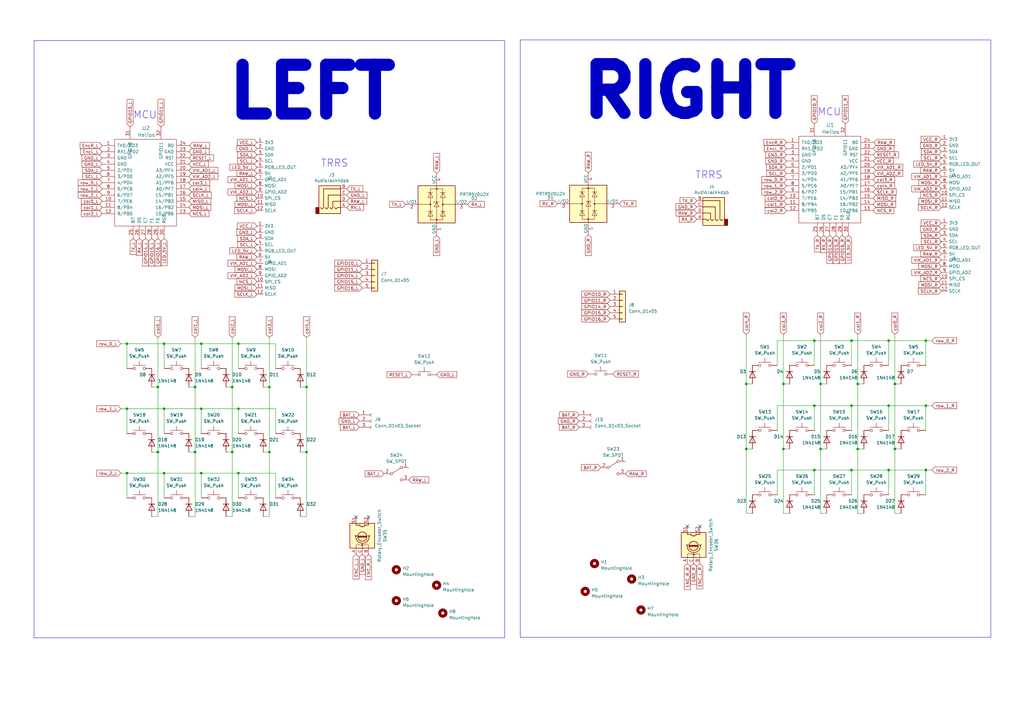
<source format=kicad_sch>
(kicad_sch (version 20230121) (generator eeschema)
  (paper "A3")
  (junction (at 52.07 140.97))
  (junction (at 336.55 184.15))
  (junction (at 336.55 157.48))
  (junction (at 379.73 139.7))
  (junction (at 364.49 166.37))
  (junction (at 349.25 166.37))
  (junction (at 82.55 167.64))
  (junction (at 67.31 140.97))
  (junction (at 64.77 158.75))
  (junction (at 351.79 157.48))
  (junction (at 110.49 185.42))
  (junction (at 349.25 139.7))
  (junction (at 64.77 185.42))
  (junction (at 97.79 194.056))
  (junction (at 125.73 158.75))
  (junction (at 97.79 167.64))
  (junction (at 95.25 185.42))
  (junction (at 321.31 157.48))
  (junction (at 82.55 140.97))
  (junction (at 364.49 192.786))
  (junction (at 334.01 139.7))
  (junction (at 321.31 184.15))
  (junction (at 334.01 166.37))
  (junction (at 80.01 185.42))
  (junction (at 364.49 139.7))
  (junction (at 52.07 194.056))
  (junction (at 334.01 192.786))
  (junction (at 379.73 166.37))
  (junction (at 80.01 158.75))
  (junction (at 67.31 167.64))
  (junction (at 367.03 184.15))
  (junction (at 367.03 157.48))
  (junction (at 52.07 167.64))
  (junction (at 306.07 184.15))
  (junction (at 67.31 194.056))
  (junction (at 125.73 185.42))
  (junction (at 379.73 192.786))
  (junction (at 95.25 158.75))
  (junction (at 349.25 192.786))
  (junction (at 306.07 157.48))
  (junction (at 82.55 194.056))
  (junction (at 351.79 184.15))
  (junction (at 110.49 158.75))
  (junction (at 97.79 140.97))
  (no_connect (at 287.02 215.9))
  (no_connect (at 281.94 215.9))
  (no_connect (at 151.13 212.09))
  (no_connect (at 146.05 212.09))
  (wire (pts (xy 339.09 210.566) (xy 336.55 210.566)))
  (wire (pts (xy 318.77 166.37) (xy 318.77 176.53)))
  (wire (pts (xy 49.53 194.056) (xy 52.07 194.056)))
  (wire (pts (xy 334.01 139.7) (xy 334.01 149.86)))
  (wire (pts (xy 95.25 138.43) (xy 95.25 158.75)))
  (wire (pts (xy 334.01 166.37) (xy 318.77 166.37)))
  (wire (pts (xy 336.55 184.15) (xy 339.09 184.15)))
  (wire (pts (xy 364.49 192.786) (xy 364.49 202.946)))
  (wire (pts (xy 113.03 167.64) (xy 113.03 177.8)))
  (wire (pts (xy 80.01 185.42) (xy 80.01 211.836)))
  (wire (pts (xy 125.73 185.42) (xy 123.19 185.42)))
  (wire (pts (xy 306.07 137.16) (xy 306.07 157.48)))
  (wire (pts (xy 110.49 138.43) (xy 110.49 158.75)))
  (wire (pts (xy 364.49 166.37) (xy 349.25 166.37)))
  (wire (pts (xy 52.07 140.97) (xy 67.31 140.97)))
  (wire (pts (xy 95.25 185.42) (xy 92.71 185.42)))
  (wire (pts (xy 349.25 192.786) (xy 334.01 192.786)))
  (wire (pts (xy 110.49 185.42) (xy 110.49 211.836)))
  (wire (pts (xy 113.03 194.056) (xy 113.03 204.216)))
  (wire (pts (xy 113.03 140.97) (xy 113.03 151.13)))
  (wire (pts (xy 379.73 192.786) (xy 379.73 202.946)))
  (wire (pts (xy 349.25 166.37) (xy 334.01 166.37)))
  (wire (pts (xy 80.01 138.43) (xy 80.01 158.75)))
  (wire (pts (xy 382.27 166.37) (xy 379.73 166.37)))
  (wire (pts (xy 125.73 185.42) (xy 125.73 211.836)))
  (wire (pts (xy 351.79 210.566) (xy 354.33 210.566)))
  (wire (pts (xy 321.31 157.48) (xy 323.85 157.48)))
  (wire (pts (xy 367.03 184.15) (xy 367.03 210.566)))
  (wire (pts (xy 95.25 185.42) (xy 95.25 158.75)))
  (wire (pts (xy 77.47 59.69) (xy 77.724 59.69)))
  (wire (pts (xy 306.07 210.566) (xy 308.61 210.566)))
  (wire (pts (xy 364.49 192.786) (xy 349.25 192.786)))
  (wire (pts (xy 110.49 158.75) (xy 107.95 158.75)))
  (wire (pts (xy 110.49 185.42) (xy 107.95 185.42)))
  (wire (pts (xy 64.77 185.42) (xy 64.77 158.75)))
  (wire (pts (xy 336.55 157.48) (xy 339.09 157.48)))
  (wire (pts (xy 77.47 158.75) (xy 80.01 158.75)))
  (wire (pts (xy 351.79 184.15) (xy 354.33 184.15)))
  (wire (pts (xy 97.79 194.056) (xy 113.03 194.056)))
  (wire (pts (xy 351.79 137.16) (xy 351.79 157.48)))
  (wire (pts (xy 82.55 140.97) (xy 97.79 140.97)))
  (wire (pts (xy 64.77 185.42) (xy 62.23 185.42)))
  (wire (pts (xy 354.33 157.48) (xy 351.79 157.48)))
  (wire (pts (xy 379.73 192.786) (xy 364.49 192.786)))
  (wire (pts (xy 82.55 140.97) (xy 82.55 151.13)))
  (wire (pts (xy 64.77 158.75) (xy 62.23 158.75)))
  (wire (pts (xy 95.25 185.42) (xy 95.25 211.836)))
  (wire (pts (xy 358.14 58.42) (xy 358.394 58.42)))
  (wire (pts (xy 334.01 192.786) (xy 334.01 202.946)))
  (wire (pts (xy 336.55 137.16) (xy 336.55 157.48)))
  (wire (pts (xy 321.31 184.15) (xy 321.31 157.48)))
  (wire (pts (xy 351.79 157.48) (xy 351.79 184.15)))
  (wire (pts (xy 334.01 192.786) (xy 318.77 192.786)))
  (wire (pts (xy 95.25 158.75) (xy 92.71 158.75)))
  (wire (pts (xy 367.03 157.48) (xy 369.57 157.48)))
  (wire (pts (xy 67.31 167.64) (xy 67.31 177.8)))
  (wire (pts (xy 367.03 184.15) (xy 369.57 184.15)))
  (wire (pts (xy 49.53 167.64) (xy 52.07 167.64)))
  (wire (pts (xy 67.31 194.056) (xy 67.31 204.216)))
  (wire (pts (xy 318.77 192.786) (xy 318.77 202.946)))
  (wire (pts (xy 97.79 194.056) (xy 97.79 204.216)))
  (wire (pts (xy 52.07 140.97) (xy 52.07 151.13)))
  (wire (pts (xy 97.79 167.64) (xy 113.03 167.64)))
  (wire (pts (xy 92.71 211.836) (xy 95.25 211.836)))
  (wire (pts (xy 49.53 140.97) (xy 52.07 140.97)))
  (wire (pts (xy 321.31 184.15) (xy 323.85 184.15)))
  (wire (pts (xy 82.55 194.056) (xy 82.55 204.216)))
  (wire (pts (xy 67.31 140.97) (xy 67.31 151.13)))
  (wire (pts (xy 110.49 211.836) (xy 107.95 211.836)))
  (wire (pts (xy 80.01 158.75) (xy 80.01 185.42)))
  (wire (pts (xy 379.73 139.7) (xy 379.73 149.86)))
  (wire (pts (xy 364.49 139.7) (xy 349.25 139.7)))
  (wire (pts (xy 369.57 210.566) (xy 367.03 210.566)))
  (wire (pts (xy 336.55 184.15) (xy 336.55 157.48)))
  (wire (pts (xy 82.55 167.64) (xy 82.55 177.8)))
  (wire (pts (xy 82.55 167.64) (xy 97.79 167.64)))
  (wire (pts (xy 125.73 138.43) (xy 125.73 158.75)))
  (wire (pts (xy 97.79 140.97) (xy 97.79 151.13)))
  (wire (pts (xy 318.77 139.7) (xy 318.77 149.86)))
  (wire (pts (xy 364.49 166.37) (xy 364.49 176.53)))
  (wire (pts (xy 364.49 139.7) (xy 364.49 149.86)))
  (wire (pts (xy 351.79 184.15) (xy 351.79 210.566)))
  (wire (pts (xy 52.07 194.056) (xy 52.07 204.216)))
  (wire (pts (xy 125.73 185.42) (xy 125.73 158.75)))
  (wire (pts (xy 349.25 139.7) (xy 334.01 139.7)))
  (wire (pts (xy 52.07 194.056) (xy 67.31 194.056)))
  (wire (pts (xy 125.73 158.75) (xy 123.19 158.75)))
  (wire (pts (xy 64.77 185.42) (xy 64.77 211.836)))
  (wire (pts (xy 52.07 177.8) (xy 52.07 167.64)))
  (wire (pts (xy 321.31 184.15) (xy 321.31 210.566)))
  (wire (pts (xy 306.07 184.15) (xy 308.61 184.15)))
  (wire (pts (xy 306.07 184.15) (xy 306.07 157.48)))
  (wire (pts (xy 349.25 192.786) (xy 349.25 202.946)))
  (wire (pts (xy 306.07 157.48) (xy 308.61 157.48)))
  (wire (pts (xy 306.07 184.15) (xy 306.07 210.566)))
  (wire (pts (xy 321.31 137.16) (xy 321.31 157.48)))
  (wire (pts (xy 67.31 167.64) (xy 82.55 167.64)))
  (wire (pts (xy 336.55 184.15) (xy 336.55 210.566)))
  (wire (pts (xy 82.55 194.056) (xy 97.79 194.056)))
  (wire (pts (xy 80.01 211.836) (xy 77.47 211.836)))
  (wire (pts (xy 334.01 166.37) (xy 334.01 176.53)))
  (wire (pts (xy 80.01 185.42) (xy 77.47 185.42)))
  (wire (pts (xy 97.79 167.64) (xy 97.79 177.8)))
  (wire (pts (xy 125.73 211.836) (xy 123.19 211.836)))
  (wire (pts (xy 110.49 185.42) (xy 110.49 158.75)))
  (wire (pts (xy 379.73 166.37) (xy 364.49 166.37)))
  (wire (pts (xy 67.31 194.056) (xy 82.55 194.056)))
  (wire (pts (xy 367.03 137.16) (xy 367.03 157.48)))
  (wire (pts (xy 67.31 140.97) (xy 82.55 140.97)))
  (wire (pts (xy 379.73 139.7) (xy 364.49 139.7)))
  (wire (pts (xy 379.73 176.53) (xy 379.73 166.37)))
  (wire (pts (xy 62.23 211.836) (xy 64.77 211.836)))
  (wire (pts (xy 97.79 140.97) (xy 113.03 140.97)))
  (wire (pts (xy 349.25 166.37) (xy 349.25 176.53)))
  (wire (pts (xy 382.27 139.7) (xy 379.73 139.7)))
  (wire (pts (xy 321.31 210.566) (xy 323.85 210.566)))
  (wire (pts (xy 382.27 192.786) (xy 379.73 192.786)))
  (wire (pts (xy 52.07 167.64) (xy 67.31 167.64)))
  (wire (pts (xy 334.01 139.7) (xy 318.77 139.7)))
  (wire (pts (xy 349.25 139.7) (xy 349.25 149.86)))
  (wire (pts (xy 64.77 138.43) (xy 64.77 158.75)))
  (wire (pts (xy 367.03 184.15) (xy 367.03 157.48)))
  (rectangle (start 213.36 261.366) (end 406.4 16.383))
  (rectangle (start 13.97 16.637) (end 207.01 261.62))
  (text "LEFT" (at 91.44 49.53 0) (effects (font (size 20 20) (thickness 6) bold) (justify left bottom)))
  (text "RIGHT\n" (at 328.93 49.276 0) (effects (font (size 20 20) (thickness 6) bold) (justify right bottom)))
  (text "TRRS" (at 296.418 73.66 0) (effects (font (size 2.9972 2.9972)) (justify right bottom)))
  (text "MCU" (at 54.61 49.022 0) (effects (font (size 2.9972 2.9972)) (justify left bottom)))
  (text "MCU" (at 335.28 47.752 0) (effects (font (size 2.9972 2.9972)) (justify left bottom)))
  (text "TRRS" (at 131.572 68.834 0) (effects (font (size 2.9972 2.9972)) (justify left bottom)))
  (global_label "NCS_R" (shape input) (at 386.08 80.01 180) (property "Intersheetrefs" "${INTERSHEET_REFS}" (effects hide)))
  (global_label "TX_R" (shape input) (at 285.75 82.296 180) (property "Intersheetrefs" "${INTERSHEET_REFS}" (effects hide)))
  (global_label "col2_R" (shape input) (at 336.55 137.16 90) (property "Intersheetrefs" "${INTERSHEET_REFS}" (effects hide)))
  (global_label "GPIO15_L" (shape input) (at 62.23 97.79 270) (property "Intersheetrefs" "${INTERSHEET_REFS}" (effects hide)))
  (global_label "RAW_R" (shape input) (at 386.08 69.85 180) (property "Intersheetrefs" "${INTERSHEET_REFS}" (effects hide)))
  (global_label "VIK_AD1_L" (shape input) (at 105.41 107.95 180) (property "Intersheetrefs" "${INTERSHEET_REFS}" (effects hide)))
  (global_label "RAW_L" (shape input) (at 105.41 105.41 180) (property "Intersheetrefs" "${INTERSHEET_REFS}" (effects hide)))
  (global_label "SCL_R" (shape input) (at 386.08 64.77 180) (property "Intersheetrefs" "${INTERSHEET_REFS}" (effects hide)))
  (global_label "TX_L" (shape input) (at 166.37 83.82 180) (property "Intersheetrefs" "${INTERSHEET_REFS}" (effects hide)))
  (global_label "VIK_AD1_L" (shape input) (at 105.41 73.66 180) (property "Intersheetrefs" "${INTERSHEET_REFS}" (effects hide)))
  (global_label "GPIO15_R" (shape input) (at 342.9 96.52 270) (property "Intersheetrefs" "${INTERSHEET_REFS}" (effects hide)))
  (global_label "row_1_R" (shape input) (at 382.27 166.37 0) (property "Intersheetrefs" "${INTERSHEET_REFS}" (effects hide)))
  (global_label "GPIO10_R" (shape input) (at 250.19 120.65 180) (property "Intersheetrefs" "${INTERSHEET_REFS}" (effects hide)))
  (global_label "VIK_AD1_R" (shape input) (at 386.08 106.68 180) (property "Intersheetrefs" "${INTERSHEET_REFS}" (effects hide)))
  (global_label "GND_R" (shape input) (at 241.3 96.266 270) (property "Intersheetrefs" "${INTERSHEET_REFS}" (effects hide)))
  (global_label "col3_L" (shape input) (at 110.49 138.43 90) (property "Intersheetrefs" "${INTERSHEET_REFS}" (effects hide)))
  (global_label "col0_R" (shape input) (at 367.03 137.16 90) (property "Intersheetrefs" "${INTERSHEET_REFS}" (effects hide)))
  (global_label "VIK_AD2_R" (shape input) (at 386.08 111.76 180) (property "Intersheetrefs" "${INTERSHEET_REFS}" (effects hide)))
  (global_label "RESET_L" (shape input) (at 168.91 153.67 180) (property "Intersheetrefs" "${INTERSHEET_REFS}" (effects hide)))
  (global_label "GND_L" (shape input) (at 148.59 227.33 270) (property "Intersheetrefs" "${INTERSHEET_REFS}" (effects hide)))
  (global_label "GPIO10_L" (shape input) (at 53.34 52.07 90) (property "Intersheetrefs" "${INTERSHEET_REFS}" (effects hide)))
  (global_label "col2_L" (shape input) (at 95.25 138.43 90) (property "Intersheetrefs" "${INTERSHEET_REFS}" (effects hide)))
  (global_label "row_2_R" (shape input) (at 382.27 192.786 0) (property "Intersheetrefs" "${INTERSHEET_REFS}" (effects hide)))
  (global_label "MOSI_R" (shape input) (at 386.08 82.55 180) (property "Intersheetrefs" "${INTERSHEET_REFS}" (effects hide)))
  (global_label "NCS_L" (shape input) (at 77.47 87.63 0) (property "Intersheetrefs" "${INTERSHEET_REFS}" (effects hide)))
  (global_label "RX_R" (shape input) (at 228.6 83.566 180) (property "Intersheetrefs" "${INTERSHEET_REFS}" (effects hide)))
  (global_label "GND_L" (shape input) (at 142.24 80.01 0) (property "Intersheetrefs" "${INTERSHEET_REFS}" (effects hide)))
  (global_label "SCL_R" (shape input) (at 322.58 71.12 180) (property "Intersheetrefs" "${INTERSHEET_REFS}" (effects hide)))
  (global_label "GND_L" (shape input) (at 179.07 96.52 270) (property "Intersheetrefs" "${INTERSHEET_REFS}" (effects hide)))
  (global_label "GPIO15_R" (shape input) (at 250.19 128.27 180) (property "Intersheetrefs" "${INTERSHEET_REFS}" (effects hide)))
  (global_label "VCC_R" (shape input) (at 386.08 91.44 180) (property "Intersheetrefs" "${INTERSHEET_REFS}" (effects hide)))
  (global_label "GPIO16_L" (shape input) (at 148.59 118.11 180) (property "Intersheetrefs" "${INTERSHEET_REFS}" (effects hide)))
  (global_label "GPIO16_L" (shape input) (at 64.77 97.79 270) (property "Intersheetrefs" "${INTERSHEET_REFS}" (effects hide)))
  (global_label "RESET_R" (shape input) (at 358.14 63.5 0) (property "Intersheetrefs" "${INTERSHEET_REFS}" (effects hide)))
  (global_label "GPIO11_R" (shape input) (at 250.19 123.19 180) (property "Intersheetrefs" "${INTERSHEET_REFS}" (effects hide)))
  (global_label "col4_R" (shape input) (at 306.07 137.16 90) (property "Intersheetrefs" "${INTERSHEET_REFS}" (effects hide)))
  (global_label "SDA_R" (shape input) (at 322.58 68.58 180) (property "Intersheetrefs" "${INTERSHEET_REFS}" (effects hide)))
  (global_label "TX_R" (shape input) (at 254 83.566 0) (property "Intersheetrefs" "${INTERSHEET_REFS}" (effects hide)))
  (global_label "col2_R" (shape input) (at 322.58 86.36 180) (property "Intersheetrefs" "${INTERSHEET_REFS}" (effects hide)))
  (global_label "MOSI_L" (shape input) (at 77.47 85.09 0) (property "Intersheetrefs" "${INTERSHEET_REFS}" (effects hide)))
  (global_label "GND_R" (shape input) (at 386.08 59.69 180) (property "Intersheetrefs" "${INTERSHEET_REFS}" (effects hide)))
  (global_label "MOSI_L" (shape input) (at 105.41 118.11 180) (property "Intersheetrefs" "${INTERSHEET_REFS}" (effects hide)))
  (global_label "GND_L" (shape input) (at 179.07 153.67 0) (property "Intersheetrefs" "${INTERSHEET_REFS}" (effects hide)))
  (global_label "row_0_R" (shape input) (at 382.27 139.7 0) (property "Intersheetrefs" "${INTERSHEET_REFS}" (effects hide)))
  (global_label "RAW_L" (shape input) (at 142.24 82.55 0) (property "Intersheetrefs" "${INTERSHEET_REFS}" (effects hide)))
  (global_label "LED_5V_L" (shape input) (at 105.41 102.87 180) (property "Intersheetrefs" "${INTERSHEET_REFS}" (effects hide)))
  (global_label "row_2_L" (shape input) (at 41.91 80.01 180) (property "Intersheetrefs" "${INTERSHEET_REFS}" (effects hide)))
  (global_label "MOSI_R" (shape input) (at 386.08 116.84 180) (property "Intersheetrefs" "${INTERSHEET_REFS}" (effects hide)))
  (global_label "GND_R" (shape input) (at 322.58 66.04 180) (property "Intersheetrefs" "${INTERSHEET_REFS}" (effects hide)))
  (global_label "GPIO11_L" (shape input) (at 148.59 110.49 180) (property "Intersheetrefs" "${INTERSHEET_REFS}" (effects hide)))
  (global_label "GND_L" (shape input) (at 105.41 60.96 180) (property "Intersheetrefs" "${INTERSHEET_REFS}" (effects hide)))
  (global_label "col0_L" (shape input) (at 41.91 82.55 180) (property "Intersheetrefs" "${INTERSHEET_REFS}" (effects hide)))
  (global_label "GND_L" (shape input) (at 77.47 62.23 0) (property "Intersheetrefs" "${INTERSHEET_REFS}" (effects hide)))
  (global_label "VIK_AD2_L" (shape input) (at 77.47 72.39 0) (property "Intersheetrefs" "${INTERSHEET_REFS}" (effects hide)))
  (global_label "RX_L" (shape input) (at 191.77 83.82 0) (property "Intersheetrefs" "${INTERSHEET_REFS}" (effects hide)))
  (global_label "EncR_R" (shape input) (at 322.58 58.42 180) (property "Intersheetrefs" "${INTERSHEET_REFS}" (effects hide)))
  (global_label "EncR_L" (shape input) (at 41.91 59.69 180) (property "Intersheetrefs" "${INTERSHEET_REFS}" (effects hide)))
  (global_label "SCL_L" (shape input) (at 105.41 66.04 180) (property "Intersheetrefs" "${INTERSHEET_REFS}" (effects hide)))
  (global_label "ENC_L_R" (shape input) (at 287.02 231.14 270) (property "Intersheetrefs" "${INTERSHEET_REFS}" (effects hide)))
  (global_label "GPIO14_R" (shape input) (at 340.36 96.52 270) (property "Intersheetrefs" "${INTERSHEET_REFS}" (effects hide)))
  (global_label "MOSI_R" (shape input) (at 386.08 74.93 180) (property "Intersheetrefs" "${INTERSHEET_REFS}" (effects hide)))
  (global_label "GPIO14_L" (shape input) (at 59.69 97.79 270) (property "Intersheetrefs" "${INTERSHEET_REFS}" (effects hide)))
  (global_label "col2_L" (shape input) (at 41.91 87.63 180) (property "Intersheetrefs" "${INTERSHEET_REFS}" (effects hide)))
  (global_label "RAW_R" (shape input) (at 358.394 58.42 0) (property "Intersheetrefs" "${INTERSHEET_REFS}" (effects hide)))
  (global_label "SCLK_L" (shape input) (at 77.47 80.01 0) (property "Intersheetrefs" "${INTERSHEET_REFS}" (effects hide)))
  (global_label "SDA_L" (shape input) (at 41.91 69.85 180) (property "Intersheetrefs" "${INTERSHEET_REFS}" (effects hide)))
  (global_label "RX_L" (shape input) (at 142.24 85.09 0) (property "Intersheetrefs" "${INTERSHEET_REFS}" (effects hide)))
  (global_label "SCLK_L" (shape input) (at 105.41 86.36 180) (property "Intersheetrefs" "${INTERSHEET_REFS}" (effects hide)))
  (global_label "GND_R" (shape input) (at 285.75 84.836 180) (property "Intersheetrefs" "${INTERSHEET_REFS}" (effects hide)))
  (global_label "RX_R" (shape input) (at 285.75 89.916 180) (property "Intersheetrefs" "${INTERSHEET_REFS}" (effects hide)))
  (global_label "row_1_R" (shape input) (at 322.58 76.2 180) (property "Intersheetrefs" "${INTERSHEET_REFS}" (effects hide)))
  (global_label "VIK_AD1_L" (shape input) (at 77.47 69.85 0) (property "Intersheetrefs" "${INTERSHEET_REFS}" (effects hide)))
  (global_label "VCC_L" (shape input) (at 77.47 67.31 0) (property "Intersheetrefs" "${INTERSHEET_REFS}" (effects hide)))
  (global_label "LED_5V_R" (shape input) (at 347.98 96.52 270) (property "Intersheetrefs" "${INTERSHEET_REFS}" (effects hide)))
  (global_label "SDA_R" (shape input) (at 386.08 62.23 180) (property "Intersheetrefs" "${INTERSHEET_REFS}" (effects hide)))
  (global_label "GPIO10_L" (shape input) (at 148.59 107.95 180) (property "Intersheetrefs" "${INTERSHEET_REFS}" (effects hide)))
  (global_label "RX_L" (shape input) (at 57.15 97.79 270) (property "Intersheetrefs" "${INTERSHEET_REFS}" (effects hide)))
  (global_label "col3_R" (shape input) (at 321.31 137.16 90) (property "Intersheetrefs" "${INTERSHEET_REFS}" (effects hide)))
  (global_label "row_0_R" (shape input) (at 322.58 73.66 180) (property "Intersheetrefs" "${INTERSHEET_REFS}" (effects hide)))
  (global_label "GND_R" (shape input) (at 386.08 93.98 180) (property "Intersheetrefs" "${INTERSHEET_REFS}" (effects hide)))
  (global_label "GND_L" (shape input) (at 105.41 95.25 180) (property "Intersheetrefs" "${INTERSHEET_REFS}" (effects hide)))
  (global_label "SCLK_R" (shape input) (at 358.14 78.74 0) (property "Intersheetrefs" "${INTERSHEET_REFS}" (effects hide)))
  (global_label "VIK_AD2_R" (shape input) (at 386.08 77.47 180) (property "Intersheetrefs" "${INTERSHEET_REFS}" (effects hide)))
  (global_label "SCLK_L" (shape input) (at 105.41 120.65 180) (property "Intersheetrefs" "${INTERSHEET_REFS}" (effects hide)))
  (global_label "RAW_R" (shape input) (at 285.75 87.376 180) (property "Intersheetrefs" "${INTERSHEET_REFS}" (effects hide)))
  (global_label "col1_L" (shape input) (at 41.91 85.09 180) (property "Intersheetrefs" "${INTERSHEET_REFS}" (effects hide)))
  (global_label "RX_R" (shape input) (at 337.82 96.52 270) (property "Intersheetrefs" "${INTERSHEET_REFS}" (effects hide)))
  (global_label "TX_R" (shape input) (at 335.28 96.52 270) (property "Intersheetrefs" "${INTERSHEET_REFS}" (effects hide)))
  (global_label "col1_L" (shape input) (at 80.01 138.43 90) (property "Intersheetrefs" "${INTERSHEET_REFS}" (effects hide)))
  (global_label "col4_L" (shape input) (at 77.47 77.47 0) (property "Intersheetrefs" "${INTERSHEET_REFS}" (effects hide)))
  (global_label "MISO_R" (shape input) (at 358.14 81.28 0) (property "Intersheetrefs" "${INTERSHEET_REFS}" (effects hide)))
  (global_label "LED_5V_L" (shape input) (at 67.31 97.79 270) (property "Intersheetrefs" "${INTERSHEET_REFS}" (effects hide)))
  (global_label "VCC_R" (shape input) (at 358.14 66.04 0) (property "Intersheetrefs" "${INTERSHEET_REFS}" (effects hide)))
  (global_label "MOSI_L" (shape input) (at 105.41 110.49 180) (property "Intersheetrefs" "${INTERSHEET_REFS}" (effects hide)))
  (global_label "ENC_L_L" (shape input) (at 146.05 227.33 270) (property "Intersheetrefs" "${INTERSHEET_REFS}" (effects hide)))
  (global_label "BAT_L" (shape input) (at 147.32 170.18 180) (property "Intersheetrefs" "${INTERSHEET_REFS}" (effects hide)))
  (global_label "MOSI_R" (shape input) (at 358.14 83.82 0) (property "Intersheetrefs" "${INTERSHEET_REFS}" (effects hide)))
  (global_label "GND_R" (shape input) (at 322.58 63.5 180) (property "Intersheetrefs" "${INTERSHEET_REFS}" (effects hide)))
  (global_label "EncL_L" (shape input) (at 41.91 62.23 180) (property "Intersheetrefs" "${INTERSHEET_REFS}" (effects hide)))
  (global_label "LED_5V_L" (shape input) (at 105.41 68.58 180) (property "Intersheetrefs" "${INTERSHEET_REFS}" (effects hide)))
  (global_label "col4_R" (shape input) (at 358.14 76.2 0) (property "Intersheetrefs" "${INTERSHEET_REFS}" (effects hide)))
  (global_label "BAT_L" (shape input) (at 157.48 194.31 180) (property "Intersheetrefs" "${INTERSHEET_REFS}" (effects hide)))
  (global_label "col3_L" (shape input) (at 77.47 74.93 0) (property "Intersheetrefs" "${INTERSHEET_REFS}" (effects hide)))
  (global_label "GPIO11_L" (shape input) (at 66.04 52.07 90) (property "Intersheetrefs" "${INTERSHEET_REFS}" (effects hide)))
  (global_label "NCS_L" (shape input) (at 105.41 115.57 180) (property "Intersheetrefs" "${INTERSHEET_REFS}" (effects hide)))
  (global_label "RESET_L" (shape input) (at 77.47 64.77 0) (property "Intersheetrefs" "${INTERSHEET_REFS}" (effects hide)))
  (global_label "MOSI_L" (shape input) (at 105.41 76.2 180) (property "Intersheetrefs" "${INTERSHEET_REFS}" (effects hide)))
  (global_label "GPIO11_R" (shape input) (at 346.71 50.8 90) (property "Intersheetrefs" "${INTERSHEET_REFS}" (effects hide)))
  (global_label "GND_R" (shape input) (at 237.49 172.72 180) (property "Intersheetrefs" "${INTERSHEET_REFS}" (effects hide)))
  (global_label "col0_R" (shape input) (at 322.58 81.28 180) (property "Intersheetrefs" "${INTERSHEET_REFS}" (effects hide)))
  (global_label "col3_R" (shape input) (at 358.14 73.66 0) (property "Intersheetrefs" "${INTERSHEET_REFS}" (effects hide)))
  (global_label "MISO_L" (shape input) (at 77.47 82.55 0) (property "Intersheetrefs" "${INTERSHEET_REFS}" (effects hide)))
  (global_label "row_2_L" (shape input) (at 49.53 194.056 180) (property "Intersheetrefs" "${INTERSHEET_REFS}" (effects hide)))
  (global_label "NCS_L" (shape input) (at 105.41 81.28 180) (property "Intersheetrefs" "${INTERSHEET_REFS}" (effects hide)))
  (global_label "GPIO15_L" (shape input) (at 148.59 115.57 180) (property "Intersheetrefs" "${INTERSHEET_REFS}" (effects hide)))
  (global_label "row_1_L" (shape input) (at 41.91 77.47 180) (property "Intersheetrefs" "${INTERSHEET_REFS}" (effects hide)))
  (global_label "NCS_R" (shape input) (at 358.14 86.36 0) (property "Intersheetrefs" "${INTERSHEET_REFS}" (effects hide)))
  (global_label "GPIO10_R" (shape input) (at 334.01 50.8 90) (property "Intersheetrefs" "${INTERSHEET_REFS}" (effects hide)))
  (global_label "TX_L" (shape input) (at 142.24 77.47 0) (property "Intersheetrefs" "${INTERSHEET_REFS}" (effects hide)))
  (global_label "NCS_R" (shape input) (at 386.08 114.3 180) (property "Intersheetrefs" "${INTERSHEET_REFS}" (effects hide)))
  (global_label "SCLK_R" (shape input) (at 386.08 119.38 180) (property "Intersheetrefs" "${INTERSHEET_REFS}" (effects hide)))
  (global_label "SCL_L" (shape input) (at 105.41 100.33 180) (property "Intersheetrefs" "${INTERSHEET_REFS}" (effects hide)))
  (global_label "SDA_L" (shape input) (at 105.41 63.5 180) (property "Intersheetrefs" "${INTERSHEET_REFS}" (effects hide)))
  (global_label "RAW_R" (shape input) (at 241.3 70.866 90) (property "Intersheetrefs" "${INTERSHEET_REFS}" (effects hide)))
  (global_label "VCC_R" (shape input) (at 386.08 57.15 180) (property "Intersheetrefs" "${INTERSHEET_REFS}" (effects hide)))
  (global_label "row_0_L" (shape input) (at 49.53 140.97 180) (property "Intersheetrefs" "${INTERSHEET_REFS}" (effects hide)))
  (global_label "RAW_L" (shape input) (at 167.64 196.85 0) (property "Intersheetrefs" "${INTERSHEET_REFS}" (effects hide)))
  (global_label "RAW_R" (shape input) (at 386.08 104.14 180) (property "Intersheetrefs" "${INTERSHEET_REFS}" (effects hide)))
  (global_label "GND_L" (shape input) (at 41.91 67.31 180) (property "Intersheetrefs" "${INTERSHEET_REFS}" (effects hide)))
  (global_label "SCLK_R" (shape input) (at 386.08 85.09 180) (property "Intersheetrefs" "${INTERSHEET_REFS}" (effects hide)))
  (global_label "BAT_R" (shape input) (at 237.49 175.26 180) (property "Intersheetrefs" "${INTERSHEET_REFS}" (effects hide)))
  (global_label "row_0_L" (shape input) (at 41.91 74.93 180) (property "Intersheetrefs" "${INTERSHEET_REFS}" (effects hide)))
  (global_label "VCC_L" (shape input) (at 105.41 58.42 180) (property "Intersheetrefs" "${INTERSHEET_REFS}" (effects hide)))
  (global_label "GPIO14_L" (shape input) (at 148.59 113.03 180) (property "Intersheetrefs" "${INTERSHEET_REFS}" (effects hide)))
  (global_label "SDA_L" (shape input) (at 105.41 97.79 180) (property "Intersheetrefs" "${INTERSHEET_REFS}" (effects hide)))
  (global_label "VCC_L" (shape input) (at 105.41 92.71 180) (property "Intersheetrefs" "${INTERSHEET_REFS}" (effects hide)))
  (global_label "VIK_AD2_L" (shape input) (at 105.41 113.03 180) (property "Intersheetrefs" "${INTERSHEET_REFS}" (effects hide)))
  (global_label "GND_L" (shape input) (at 147.32 172.72 180) (property "Intersheetrefs" "${INTERSHEET_REFS}" (effects hide)))
  (global_label "EncL_R" (shape input) (at 322.58 60.96 180) (property "Intersheetrefs" "${INTERSHEET_REFS}" (effects hide)))
  (global_label "SDA_R" (shape input) (at 386.08 96.52 180) (property "Intersheetrefs" "${INTERSHEET_REFS}" (effects hide)))
  (global_label "col1_R" (shape input) (at 351.79 137.16 90) (property "Intersheetrefs" "${INTERSHEET_REFS}" (effects hide)))
  (global_label "SCL_R" (shape input) (at 386.08 99.06 180) (property "Intersheetrefs" "${INTERSHEET_REFS}" (effects hide)))
  (global_label "RAW_L" (shape input) (at 77.724 59.69 0) (property "Intersheetrefs" "${INTERSHEET_REFS}" (effects hide)))
  (global_label "GND_R" (shape input) (at 358.14 60.96 0) (property "Intersheetrefs" "${INTERSHEET_REFS}" (effects hide)))
  (global_label "LED_5V_R" (shape input) (at 386.08 67.31 180) (property "Intersheetrefs" "${INTERSHEET_REFS}" (effects hide)))
  (global_label "LED_5V_R" (shape input) (at 386.08 101.6 180) (property "Intersheetrefs" "${INTERSHEET_REFS}" (effects hide)))
  (global_label "col1_R" (shape input) (at 322.58 83.82 180) (property "Intersheetrefs" "${INTERSHEET_REFS}" (effects hide)))
  (global_label "SCL_L" (shape input) (at 41.91 72.39 180) (property "Intersheetrefs" "${INTERSHEET_REFS}" (effects hide)))
  (global_label "BAT_L" (shape input) (at 147.32 175.26 180) (property "Intersheetrefs" "${INTERSHEET_REFS}" (effects hide)))
  (global_label "RAW_L" (shape input) (at 105.41 71.12 180) (property "Intersheetrefs" "${INTERSHEET_REFS}" (effects hide)))
  (global_label "col4_L" (shape input) (at 125.73 138.43 90) (property "Intersheetrefs" "${INTERSHEET_REFS}" (effects hide)))
  (global_label "BAT_R" (shape input) (at 237.49 170.18 180) (property "Intersheetrefs" "${INTERSHEET_REFS}" (effects hide)))
  (global_label "RAW_R" (shape input) (at 256.54 194.31 0) (property "Intersheetrefs" "${INTERSHEET_REFS}" (effects hide)))
  (global_label "GPIO16_R" (shape input) (at 250.19 130.81 180) (property "Intersheetrefs" "${INTERSHEET_REFS}" (effects hide)))
  (global_label "row_2_R" (shape input) (at 322.58 78.74 180) (property "Intersheetrefs" "${INTERSHEET_REFS}" (effects hide)))
  (global_label "RAW_L" (shape input) (at 179.07 71.12 90) (property "Intersheetrefs" "${INTERSHEET_REFS}" (effects hide)))
  (global_label "row_1_L" (shape input) (at 49.53 167.64 180) (property "Intersheetrefs" "${INTERSHEET_REFS}" (effects hide)))
  (global_label "MOSI_R" (shape input) (at 386.08 109.22 180) (property "Intersheetrefs" "${INTERSHEET_REFS}" (effects hide)))
  (global_label "ENC_R_R" (shape input) (at 281.94 231.14 270) (property "Intersheetrefs" "${INTERSHEET_REFS}" (effects hide)))
  (global_label "ENC_R_L" (shape input) (at 151.13 227.33 270) (property "Intersheetrefs" "${INTERSHEET_REFS}" (effects hide)))
  (global_label "MOSI_L" (shape input) (at 105.41 83.82 180) (property "Intersheetrefs" "${INTERSHEET_REFS}" (effects hide)))
  (global_label "GPIO16_R" (shape input) (at 345.44 96.52 270) (property "Intersheetrefs" "${INTERSHEET_REFS}" (effects hide)))
  (global_label "VIK_AD2_L" (shape input) (at 105.41 78.74 180) (property "Intersheetrefs" "${INTERSHEET_REFS}" (effects hide)))
  (global_label "TX_L" (shape input) (at 54.61 97.79 270) (property "Intersheetrefs" "${INTERSHEET_REFS}" (effects hide)))
  (global_label "VIK_AD2_R" (shape input) (at 358.14 71.12 0) (property "Intersheetrefs" "${INTERSHEET_REFS}" (effects hide)))
  (global_label "GND_R" (shape input) (at 284.48 231.14 270) (property "Intersheetrefs" "${INTERSHEET_REFS}" (effects hide)))
  (global_label "GND_L" (shape input) (at 41.91 64.77 180) (property "Intersheetrefs" "${INTERSHEET_REFS}" (effects hide)))
  (global_label "VIK_AD1_R" (shape input) (at 358.14 68.58 0) (property "Intersheetrefs" "${INTERSHEET_REFS}" (effects hide)))
  (global_label "VIK_AD1_R" (shape input) (at 386.08 72.39 180) (property "Intersheetrefs" "${INTERSHEET_REFS}" (effects hide)))
  (global_label "RESET_R" (shape input) (at 251.46 153.416 0) (property "Intersheetrefs" "${INTERSHEET_REFS}" (effects hide)))
  (global_label "col0_L" (shape input) (at 64.77 138.43 90) (property "Intersheetrefs" "${INTERSHEET_REFS}" (effects hide)))
  (global_label "BAT_R" (shape input) (at 246.38 191.77 180) (property "Intersheetrefs" "${INTERSHEET_REFS}" (effects hide)))
  (global_label "GND_R" (shape input) (at 241.3 153.416 180) (property "Intersheetrefs" "${INTERSHEET_REFS}" (effects hide)))
  (global_label "GPIO14_R" (shape input) (at 250.19 125.73 180) (property "Intersheetrefs" "${INTERSHEET_REFS}" (effects hide)))
  (symbol (lib_id "alaa:Diode_1N4148") (at 354.33 180.34 90) (mirror x) (unit 1)
    (property "Reference" "D16" (at 351.79 179.0699 90) (effects (justify left)))
    (property "Value" "1N4148" (at 351.79 181.6099 90) (effects (justify left)))
    (property "Footprint" "Diode_SMD:D_SOD-123" (effects hide))
    (property "Datasheet" "https://assets.nexperia.com/documents/data-sheet/1N4148_1N4448.pdf" (effects hide))
    (property "LCSC" "C8598" (effects hide))
    (property "MPN " "B5819W SL" (effects hide))
    (property "Package" "SOD-123" (effects hide))
  )
  (symbol (lib_id "alaa:Diode_1N4148") (at 308.61 206.756 90) (mirror x) (unit 1)
    (property "Reference" "D23" (at 306.07 205.4859 90) (effects (justify left)))
    (property "Value" "1N4148" (effects hide))
    (property "Footprint" "Diode_SMD:D_SOD-123" (effects hide))
    (property "Datasheet" "https://assets.nexperia.com/documents/data-sheet/1N4148_1N4448.pdf" (effects hide))
    (property "LCSC" "C8598" (effects hide))
    (property "MPN " "B5819W SL" (effects hide))
    (property "Package" "SOD-123" (effects hide))
  )
  (symbol (lib_id "LeChiffre-rescue:Rotary_Encoder_Switch-Device") (at 148.59 219.71 90) (unit 1)
    (property "Reference" "SW35" (at 157.9118 219.71 0))
    (property "Value" "Rotary_Encoder_Switch" (at 155.6004 219.71 0))
    (property "Footprint" "Alaa:RotaryEncoder_Alps_EC11E-Switch_Vertical_H20mm-keebio_modified" (effects hide))
  )
  (symbol (lib_id "Switch:SW_SPDT") (at 251.46 191.77 0) (unit 1)
    (property "Reference" "SW23" (at 251.46 184.15 0))
    (property "Value" "SW_SPDT" (at 251.46 186.69 0))
    (property "Footprint" "Alaa:SW_CuK_OS102011MA1QN1_SPDT_Angled" (effects hide))
    (property "LCSC" "C226259" (effects hide))
  )
  (symbol (lib_id "Switch:SW_Push") (at 102.87 204.216 0) (unit 1)
    (property "Reference" "SW33" (at 102.87 196.596 0))
    (property "Value" "SW_Push" (at 102.87 199.136 0))
    (property "Footprint" "Alaa:gateron-ks27-choc-v1-mx-hotswap" (effects hide))
  )
  (symbol (lib_id "alaa:Diode_1N4148") (at 123.19 208.026 270) (unit 1)
    (property "Reference" "D32" (at 125.73 206.7559 90) (effects (justify left)))
    (property "Value" "1N4148" (effects hide))
    (property "Footprint" "Diode_SMD:D_SOD-123" (effects hide))
    (property "Datasheet" "https://assets.nexperia.com/documents/data-sheet/1N4148_1N4448.pdf" (effects hide))
    (property "LCSC" "C8598" (effects hide))
    (property "MPN " "B5819W SL" (effects hide))
    (property "Package" "SOD-123" (effects hide))
  )
  (symbol (lib_id "Switch:SW_Push") (at 87.63 204.216 0) (unit 1)
    (property "Reference" "SW32" (at 87.63 196.596 0))
    (property "Value" "SW_Push" (at 87.63 199.136 0))
    (property "Footprint" "Alaa:gateron-ks27-choc-v1-mx-hotswap" (effects hide))
  )
  (symbol (lib_id "alaa:Diode_1N4148") (at 339.09 153.67 90) (mirror x) (unit 1)
    (property "Reference" "D5" (at 336.55 152.3999 90) (effects (justify left)))
    (property "Value" "1N4148" (at 336.55 154.9399 90) (effects (justify left)))
    (property "Footprint" "Diode_SMD:D_SOD-123" (effects hide))
    (property "Datasheet" "https://assets.nexperia.com/documents/data-sheet/1N4148_1N4448.pdf" (effects hide))
    (property "LCSC" "C8598" (effects hide))
    (property "MPN " "B5819W SL" (effects hide))
    (property "Package" "SOD-123" (effects hide))
  )
  (symbol (lib_id "Mechanical:MountingHole") (at 259.08 237.49 0) (unit 1)
    (property "Reference" "H3" (at 261.62 236.855 0) (effects (justify left)))
    (property "Value" "MountingHole" (at 261.62 239.395 0) (effects (justify left)))
    (property "Footprint" "Alaa:MountingHole_M3" (effects hide))
  )
  (symbol (lib_id "Switch:SW_Push") (at 313.69 149.86 0) (mirror y) (unit 1)
    (property "Reference" "SW1" (at 313.69 142.24 0))
    (property "Value" "SW_Push" (at 313.69 144.78 0))
    (property "Footprint" "Alaa:gateron-ks27-choc-v1-mx-hotswap" (effects hide))
  )
  (symbol (lib_id "Switch:SW_Push") (at 313.69 202.946 0) (mirror y) (unit 1)
    (property "Reference" "SW25" (at 313.69 195.326 0))
    (property "Value" "SW_Push" (at 313.69 197.866 0))
    (property "Footprint" "Alaa:gateron-ks27-choc-v1-mx-hotswap" (effects hide))
  )
  (symbol (lib_id "alaa:Diode_1N4148") (at 308.61 153.67 90) (mirror x) (unit 1)
    (property "Reference" "D3" (at 306.07 152.3999 90) (effects (justify left)))
    (property "Value" "1N4148" (effects hide))
    (property "Footprint" "Diode_SMD:D_SOD-123" (effects hide))
    (property "Datasheet" "https://assets.nexperia.com/documents/data-sheet/1N4148_1N4448.pdf" (effects hide))
    (property "LCSC" "C8598" (effects hide))
    (property "MPN " "B5819W SL" (effects hide))
    (property "Package" "SOD-123" (effects hide))
  )
  (symbol (lib_id "Mechanical:MountingHole") (at 240.03 242.57 0) (unit 1)
    (property "Reference" "H5" (at 242.57 241.935 0) (effects (justify left)))
    (property "Value" "MountingHole" (at 242.57 244.475 0) (effects (justify left)))
    (property "Footprint" "Alaa:MountingHole_M3" (effects hide))
  )
  (symbol (lib_id "alaa:Diode_1N4148") (at 77.47 208.026 270) (unit 1)
    (property "Reference" "D29" (at 80.01 206.7559 90) (effects (justify left)))
    (property "Value" "1N4148" (at 80.01 209.2959 90) (effects (justify left)))
    (property "Footprint" "Diode_SMD:D_SOD-123" (effects hide))
    (property "Datasheet" "https://assets.nexperia.com/documents/data-sheet/1N4148_1N4448.pdf" (effects hide))
    (property "LCSC" "C8598" (effects hide))
    (property "MPN " "B5819W SL" (effects hide))
    (property "Package" "SOD-123" (effects hide))
  )
  (symbol (lib_id "alaa:Diode_1N4148") (at 92.71 208.026 270) (unit 1)
    (property "Reference" "D30" (at 95.25 206.7559 90) (effects (justify left)))
    (property "Value" "1N4148" (at 95.25 209.2959 90) (effects (justify left)))
    (property "Footprint" "Diode_SMD:D_SOD-123" (effects hide))
    (property "Datasheet" "https://assets.nexperia.com/documents/data-sheet/1N4148_1N4448.pdf" (effects hide))
    (property "LCSC" "C8598" (effects hide))
    (property "MPN " "B5819W SL" (effects hide))
    (property "Package" "SOD-123" (effects hide))
  )
  (symbol (lib_id "alaa:Diode_1N4148") (at 123.19 154.94 270) (unit 1)
    (property "Reference" "D12" (at 125.73 153.6699 90) (effects (justify left)))
    (property "Value" "1N4148" (effects hide))
    (property "Footprint" "Diode_SMD:D_SOD-123" (effects hide))
    (property "Datasheet" "https://assets.nexperia.com/documents/data-sheet/1N4148_1N4448.pdf" (effects hide))
    (property "LCSC" "C8598" (effects hide))
    (property "MPN " "B5819W SL" (effects hide))
    (property "Package" "SOD-123" (effects hide))
  )
  (symbol (lib_id "vik:vik-keyboard-connector") (at 386.08 105.41 0) (unit 1)
    (property "Reference" "J5" (at 389.89 106.045 0) (effects (justify left)))
    (property "Value" "~" (at 386.08 99.06 0))
    (property "Footprint" "vik:vik-keyboard-throughole" (effects hide))
  )
  (symbol (lib_id "Connector:Conn_01x03_Socket") (at 242.57 172.72 0) (unit 1)
    (property "Reference" "J10" (at 243.84 172.085 0) (effects (justify left)))
    (property "Value" "Conn_01x03_Socket" (at 243.84 174.625 0) (effects (justify left)))
    (property "Footprint" "Alaa:3JST_BAT" (effects hide))
  )
  (symbol (lib_id "alaa:Diode_1N4148") (at 323.85 180.34 90) (mirror x) (unit 1)
    (property "Reference" "D14" (at 321.31 179.0699 90) (effects (justify left)))
    (property "Value" "1N4148" (effects hide))
    (property "Footprint" "Diode_SMD:D_SOD-123" (effects hide))
    (property "Datasheet" "https://assets.nexperia.com/documents/data-sheet/1N4148_1N4448.pdf" (effects hide))
    (property "LCSC" "C8598" (effects hide))
    (property "MPN " "B5819W SL" (effects hide))
    (property "Package" "SOD-123" (effects hide))
  )
  (symbol (lib_id "Switch:SW_Push") (at 173.99 153.67 0) (unit 1)
    (property "Reference" "SW12" (at 173.99 146.05 0))
    (property "Value" "SW_Push" (at 173.99 148.59 0))
    (property "Footprint" "Alaa:ResetSW" (effects hide))
  )
  (symbol (lib_id "alaa:Helios_SeaPicro") (at 59.69 73.66 0) (unit 1)
    (property "Reference" "U2" (at 58.166 52.578 0) (effects (font (size 1.524 1.524)) (justify left)))
    (property "Value" "Helios" (at 56.388 55.372 0) (effects (font (size 1.524 1.524)) (justify left)))
    (property "Footprint" "Alaa:Helios-Nano" (effects hide))
  )
  (symbol (lib_id "Switch:SW_Push") (at 102.87 177.8 0) (unit 1)
    (property "Reference" "SW21" (at 102.87 170.18 0))
    (property "Value" "SW_Push" (at 102.87 172.72 0))
    (property "Footprint" "Alaa:gateron-ks27-choc-v1-mx-hotswap" (effects hide))
  )
  (symbol (lib_id "alaa:Diode_1N4148") (at 339.09 180.34 90) (mirror x) (unit 1)
    (property "Reference" "D15" (at 336.55 179.0699 90) (effects (justify left)))
    (property "Value" "1N4148" (at 336.55 181.6099 90) (effects (justify left)))
    (property "Footprint" "Diode_SMD:D_SOD-123" (effects hide))
    (property "Datasheet" "https://assets.nexperia.com/documents/data-sheet/1N4148_1N4448.pdf" (effects hide))
    (property "LCSC" "C8598" (effects hide))
    (property "MPN " "B5819W SL" (effects hide))
    (property "Package" "SOD-123" (effects hide))
  )
  (symbol (lib_id "alaa:Helios_SeaPicro") (at 340.36 72.39 0) (unit 1)
    (property "Reference" "U1" (at 338.836 51.308 0) (effects (font (size 1.524 1.524)) (justify left)))
    (property "Value" "Helios" (at 337.058 54.102 0) (effects (font (size 1.524 1.524)) (justify left)))
    (property "Footprint" "Alaa:Helios-Nano" (effects hide))
  )
  (symbol (lib_id "Switch:SW_Push") (at 328.93 149.86 0) (mirror y) (unit 1)
    (property "Reference" "SW2" (at 328.93 142.24 0))
    (property "Value" "SW_Push" (at 328.93 144.78 0))
    (property "Footprint" "Alaa:gateron-ks27-choc-v1-mx-hotswap" (effects hide))
  )
  (symbol (lib_id "Connector:Conn_01x03_Socket") (at 152.4 172.72 0) (unit 1)
    (property "Reference" "J9" (at 153.67 172.085 0) (effects (justify left)))
    (property "Value" "Conn_01x03_Socket" (at 153.67 174.625 0) (effects (justify left)))
    (property "Footprint" "Alaa:3JST_BAT" (effects hide))
  )
  (symbol (lib_id "Mechanical:MountingHole") (at 181.61 251.46 0) (unit 1)
    (property "Reference" "H8" (at 184.15 250.825 0) (effects (justify left)))
    (property "Value" "MountingHole" (at 184.15 253.365 0) (effects (justify left)))
    (property "Footprint" "Alaa:MountingHole_M3" (effects hide))
  )
  (symbol (lib_id "alaa:Diode_1N4148") (at 62.23 154.94 270) (unit 1)
    (property "Reference" "D8" (at 57.15 153.67 90) (effects (justify left)))
    (property "Value" "1N4148" (at 64.77 156.2099 90) (effects (justify left)))
    (property "Footprint" "Diode_SMD:D_SOD-123" (effects hide))
    (property "Datasheet" "https://assets.nexperia.com/documents/data-sheet/1N4148_1N4448.pdf" (effects hide))
    (property "LCSC" "C8598" (effects hide))
    (property "MPN " "B5819W SL" (effects hide))
    (property "Package" "SOD-123" (effects hide))
  )
  (symbol (lib_id "alaa:Diode_1N4148") (at 323.85 206.756 90) (mirror x) (unit 1)
    (property "Reference" "D24" (at 321.31 205.4859 90) (effects (justify left)))
    (property "Value" "1N4148" (effects hide))
    (property "Footprint" "Diode_SMD:D_SOD-123" (effects hide))
    (property "Datasheet" "https://assets.nexperia.com/documents/data-sheet/1N4148_1N4448.pdf" (effects hide))
    (property "LCSC" "C8598" (effects hide))
    (property "MPN " "B5819W SL" (effects hide))
    (property "Package" "SOD-123" (effects hide))
  )
  (symbol (lib_id "alaa:Diode_1N4148") (at 107.95 181.61 270) (unit 1)
    (property "Reference" "D21" (at 110.49 180.3399 90) (effects (justify left)))
    (property "Value" "1N4148" (effects hide))
    (property "Footprint" "Diode_SMD:D_SOD-123" (effects hide))
    (property "Datasheet" "https://assets.nexperia.com/documents/data-sheet/1N4148_1N4448.pdf" (effects hide))
    (property "LCSC" "C8598" (effects hide))
    (property "MPN " "B5819W SL" (effects hide))
    (property "Package" "SOD-123" (effects hide))
  )
  (symbol (lib_id "alaa:Diode_1N4148") (at 369.57 206.756 90) (mirror x) (unit 1)
    (property "Reference" "D27" (at 367.03 205.4859 90) (effects (justify left)))
    (property "Value" "1N4148" (at 367.03 208.0259 90) (effects (justify left)))
    (property "Footprint" "Diode_SMD:D_SOD-123" (effects hide))
    (property "Datasheet" "https://assets.nexperia.com/documents/data-sheet/1N4148_1N4448.pdf" (effects hide))
    (property "LCSC" "C8598" (effects hide))
    (property "MPN " "B5819W SL" (effects hide))
    (property "Package" "SOD-123" (effects hide))
  )
  (symbol (lib_id "Switch:SW_Push") (at 57.15 177.8 0) (unit 1)
    (property "Reference" "SW18" (at 57.15 170.18 0))
    (property "Value" "SW_Push" (at 57.15 172.72 0))
    (property "Footprint" "Alaa:gateron-ks27-choc-v1-mx-hotswap" (effects hide))
  )
  (symbol (lib_id "alaa:Diode_1N4148") (at 308.61 180.34 90) (mirror x) (unit 1)
    (property "Reference" "D13" (at 306.07 179.0699 90) (effects (justify left)))
    (property "Value" "1N4148" (effects hide))
    (property "Footprint" "Diode_SMD:D_SOD-123" (effects hide))
    (property "Datasheet" "https://assets.nexperia.com/documents/data-sheet/1N4148_1N4448.pdf" (effects hide))
    (property "LCSC" "C8598" (effects hide))
    (property "MPN " "B5819W SL" (effects hide))
    (property "Package" "SOD-123" (effects hide))
  )
  (symbol (lib_id "alaa:Diode_1N4148") (at 107.95 154.94 270) (unit 1)
    (property "Reference" "D11" (at 110.49 153.6699 90) (effects (justify left)))
    (property "Value" "1N4148" (effects hide))
    (property "Footprint" "Diode_SMD:D_SOD-123" (effects hide))
    (property "Datasheet" "https://assets.nexperia.com/documents/data-sheet/1N4148_1N4448.pdf" (effects hide))
    (property "LCSC" "C8598" (effects hide))
    (property "MPN " "B5819W SL" (effects hide))
    (property "Package" "SOD-123" (effects hide))
  )
  (symbol (lib_id "alaa:Diode_1N4148") (at 77.47 154.94 270) (unit 1)
    (property "Reference" "D9" (at 80.01 153.6699 90) (effects (justify left)))
    (property "Value" "1N4148" (at 80.01 156.2099 90) (effects (justify left)))
    (property "Footprint" "Diode_SMD:D_SOD-123" (effects hide))
    (property "Datasheet" "https://assets.nexperia.com/documents/data-sheet/1N4148_1N4448.pdf" (effects hide))
    (property "LCSC" "C8598" (effects hide))
    (property "MPN " "B5819W SL" (effects hide))
    (property "Package" "SOD-123" (effects hide))
  )
  (symbol (lib_id "Switch:SW_SPDT") (at 162.56 194.31 0) (unit 1)
    (property "Reference" "SW24" (at 162.56 186.69 0))
    (property "Value" "SW_SPDT" (at 162.56 189.23 0))
    (property "Footprint" "Alaa:SW_CuK_OS102011MA1QN1_SPDT_Angled" (effects hide))
    (property "LCSC" "C226259" (effects hide))
  )
  (symbol (lib_id "Mechanical:MountingHole") (at 243.84 231.14 0) (unit 1)
    (property "Reference" "H1" (at 246.38 230.505 0) (effects (justify left)))
    (property "Value" "MountingHole" (at 246.38 233.045 0) (effects (justify left)))
    (property "Footprint" "Alaa:MountingHole_M3" (effects hide))
  )
  (symbol (lib_id "alaa:Diode_1N4148") (at 62.23 208.026 270) (unit 1)
    (property "Reference" "D28" (at 64.77 206.7559 90) (effects (justify left)))
    (property "Value" "1N4148" (at 64.77 209.2959 90) (effects (justify left)))
    (property "Footprint" "Diode_SMD:D_SOD-123" (effects hide))
    (property "Datasheet" "https://assets.nexperia.com/documents/data-sheet/1N4148_1N4448.pdf" (effects hide))
    (property "LCSC" "C8598" (effects hide))
    (property "MPN " "B5819W SL" (effects hide))
    (property "Package" "SOD-123" (effects hide))
  )
  (symbol (lib_id "Switch:SW_Push") (at 118.11 204.216 0) (unit 1)
    (property "Reference" "SW34" (at 118.11 196.596 0))
    (property "Value" "SW_Push" (at 118.11 199.136 0))
    (property "Footprint" "Alaa:gateron-ks27-choc-v1-mx-hotswap" (effects hide))
  )
  (symbol (lib_id "Switch:SW_Push") (at 87.63 151.13 0) (unit 1)
    (property "Reference" "SW8" (at 87.63 143.51 0))
    (property "Value" "SW_Push" (at 87.63 146.05 0))
    (property "Footprint" "Alaa:gateron-ks27-choc-v1-mx-hotswap" (effects hide))
  )
  (symbol (lib_id "Switch:SW_Push") (at 359.41 149.86 0) (mirror y) (unit 1)
    (property "Reference" "SW4" (at 359.41 142.24 0))
    (property "Value" "SW_Push" (at 359.41 144.78 0))
    (property "Footprint" "Alaa:gateron-ks27-choc-v1-mx-hotswap" (effects hide))
  )
  (symbol (lib_id "Switch:SW_Push") (at 87.63 177.8 0) (unit 1)
    (property "Reference" "SW20" (at 87.63 170.18 0))
    (property "Value" "SW_Push" (at 87.63 172.72 0))
    (property "Footprint" "Alaa:gateron-ks27-choc-v1-mx-hotswap" (effects hide))
  )
  (symbol (lib_id "LeChiffre-rescue:Rotary_Encoder_Switch-Device") (at 284.48 223.52 90) (unit 1)
    (property "Reference" "SW36" (at 293.8018 223.52 0))
    (property "Value" "Rotary_Encoder_Switch" (at 291.4904 223.52 0))
    (property "Footprint" "Alaa:RotaryEncoder_Alps_EC11E-Switch_Vertical_H20mm-keebio_modified" (effects hide))
  )
  (symbol (lib_id "alaa:Diode_1N4148") (at 369.57 180.34 90) (mirror x) (unit 1)
    (property "Reference" "D17" (at 367.03 179.0699 90) (effects (justify left)))
    (property "Value" "1N4148" (at 367.03 181.6099 90) (effects (justify left)))
    (property "Footprint" "Diode_SMD:D_SOD-123" (effects hide))
    (property "Datasheet" "https://assets.nexperia.com/documents/data-sheet/1N4148_1N4448.pdf" (effects hide))
    (property "LCSC" "C8598" (effects hide))
    (property "MPN " "B5819W SL" (effects hide))
    (property "Package" "SOD-123" (effects hide))
  )
  (symbol (lib_id "Mechanical:MountingHole") (at 162.56 246.38 0) (unit 1)
    (property "Reference" "H6" (at 165.1 245.745 0) (effects (justify left)))
    (property "Value" "MountingHole" (at 165.1 248.285 0) (effects (justify left)))
    (property "Footprint" "Alaa:MountingHole_M3" (effects hide))
  )
  (symbol (lib_id "Power_Protection:PRTR5V0U2X") (at 179.07 83.82 0) (unit 1)
    (property "Reference" "D2" (at 194.564 81.3817 0))
    (property "Value" "PRTR5V0U2X" (at 194.564 79.756 0))
    (property "Footprint" "Package_TO_SOT_SMD:SOT-143" (effects hide))
    (property "Datasheet" "https://assets.nexperia.com/documents/data-sheet/PRTR5V0U2X.pdf" (effects hide))
    (property "LCSC" "C12333" (effects hide))
    (property "MPN " "PRTR5V0U2X,215" (effects hide))
    (property "Package" "SOT-143" (effects hide))
  )
  (symbol (lib_id "Switch:SW_Push") (at 359.41 202.946 0) (mirror y) (unit 1)
    (property "Reference" "SW28" (at 359.41 195.326 0))
    (property "Value" "SW_Push" (at 359.41 197.866 0))
    (property "Footprint" "Alaa:gateron-ks27-choc-v1-mx-hotswap" (effects hide))
  )
  (symbol (lib_id "Switch:SW_Push") (at 246.38 153.416 0) (mirror y) (unit 1)
    (property "Reference" "SW11" (at 246.38 145.796 0))
    (property "Value" "SW_Push" (at 246.38 148.336 0))
    (property "Footprint" "Alaa:ResetSW" (effects hide))
  )
  (symbol (lib_id "alaa:Diode_1N4148") (at 354.33 153.67 90) (mirror x) (unit 1)
    (property "Reference" "D6" (at 351.79 152.3999 90) (effects (justify left)))
    (property "Value" "1N4148" (at 351.79 154.9399 90) (effects (justify left)))
    (property "Footprint" "Diode_SMD:D_SOD-123" (effects hide))
    (property "Datasheet" "https://assets.nexperia.com/documents/data-sheet/1N4148_1N4448.pdf" (effects hide))
    (property "LCSC" "C8598" (effects hide))
    (property "MPN " "B5819W SL" (effects hide))
    (property "Package" "SOD-123" (effects hide))
  )
  (symbol (lib_id "Power_Protection:PRTR5V0U2X") (at 241.3 83.566 0) (mirror y) (unit 1)
    (property "Reference" "D1" (at 225.806 81.1277 0))
    (property "Value" "PRTR5V0U2X" (at 225.806 79.502 0))
    (property "Footprint" "Package_TO_SOT_SMD:SOT-143" (effects hide))
    (property "Datasheet" "https://assets.nexperia.com/documents/data-sheet/PRTR5V0U2X.pdf" (effects hide))
    (property "LCSC" "C12333" (effects hide))
    (property "MPN " "PRTR5V0U2X,215" (effects hide))
    (property "Package" "SOT-143" (effects hide))
  )
  (symbol (lib_id "alaa:Diode_1N4148") (at 62.23 181.61 270) (unit 1)
    (property "Reference" "D18" (at 64.77 180.3399 90) (effects (justify left)))
    (property "Value" "1N4148" (at 64.77 182.8799 90) (effects (justify left)))
    (property "Footprint" "Diode_SMD:D_SOD-123" (effects hide))
    (property "Datasheet" "https://assets.nexperia.com/documents/data-sheet/1N4148_1N4448.pdf" (effects hide))
    (property "LCSC" "C8598" (effects hide))
    (property "MPN " "B5819W SL" (effects hide))
    (property "Package" "SOD-123" (effects hide))
  )
  (symbol (lib_id "Switch:SW_Push") (at 374.65 202.946 0) (mirror y) (unit 1)
    (property "Reference" "SW29" (at 374.65 195.326 0))
    (property "Value" "SW_Push" (at 374.65 197.866 0))
    (property "Footprint" "Alaa:gateron-ks27-choc-v1-mx-hotswap" (effects hide))
  )
  (symbol (lib_id "Mechanical:MountingHole") (at 262.89 250.19 0) (unit 1)
    (property "Reference" "H7" (at 265.43 249.555 0) (effects (justify left)))
    (property "Value" "MountingHole" (at 265.43 252.095 0) (effects (justify left)))
    (property "Footprint" "Alaa:MountingHole_M3" (effects hide))
  )
  (symbol (lib_id "alaa:Diode_1N4148") (at 107.95 208.026 270) (unit 1)
    (property "Reference" "D31" (at 110.49 206.7559 90) (effects (justify left)))
    (property "Value" "1N4148" (effects hide))
    (property "Footprint" "Diode_SMD:D_SOD-123" (effects hide))
    (property "Datasheet" "https://assets.nexperia.com/documents/data-sheet/1N4148_1N4448.pdf" (effects hide))
    (property "LCSC" "C8598" (effects hide))
    (property "MPN " "B5819W SL" (effects hide))
    (property "Package" "SOD-123" (effects hide))
  )
  (symbol (lib_id "Switch:SW_Push") (at 72.39 151.13 0) (unit 1)
    (property "Reference" "SW7" (at 72.39 143.51 0))
    (property "Value" "SW_Push" (at 72.39 146.05 0))
    (property "Footprint" "Alaa:gateron-ks27-choc-v1-mx-hotswap" (effects hide))
  )
  (symbol (lib_id "Switch:SW_Push") (at 344.17 176.53 0) (mirror y) (unit 1)
    (property "Reference" "SW15" (at 344.17 168.91 0))
    (property "Value" "SW_Push" (at 344.17 171.45 0))
    (property "Footprint" "Alaa:gateron-ks27-choc-v1-mx-hotswap" (effects hide))
  )
  (symbol (lib_id "tokas_bp:AudioJack4dpb") (at 290.83 84.836 0) (mirror y) (unit 1)
    (property "Reference" "J4" (at 291.9222 76.581 0))
    (property "Value" "AudioJack4dpb" (at 291.9222 78.8924 0))
    (property "Footprint" "Alaa:TRRS-PJ-320A" (effects hide))
  )
  (symbol (lib_id "alaa:Diode_1N4148") (at 92.71 181.61 270) (unit 1)
    (property "Reference" "D20" (at 95.25 180.3399 90) (effects (justify left)))
    (property "Value" "1N4148" (at 95.25 182.8799 90) (effects (justify left)))
    (property "Footprint" "Diode_SMD:D_SOD-123" (effects hide))
    (property "Datasheet" "https://assets.nexperia.com/documents/data-sheet/1N4148_1N4448.pdf" (effects hide))
    (property "LCSC" "C8598" (effects hide))
    (property "MPN " "B5819W SL" (effects hide))
    (property "Package" "SOD-123" (effects hide))
  )
  (symbol (lib_id "Switch:SW_Push") (at 72.39 204.216 0) (unit 1)
    (property "Reference" "SW31" (at 72.39 196.596 0))
    (property "Value" "SW_Push" (at 72.39 199.136 0))
    (property "Footprint" "Alaa:gateron-ks27-choc-v1-mx-hotswap" (effects hide))
  )
  (symbol (lib_id "Mechanical:MountingHole") (at 162.56 233.68 0) (unit 1)
    (property "Reference" "H2" (at 165.1 233.045 0) (effects (justify left)))
    (property "Value" "MountingHole" (at 165.1 235.585 0) (effects (justify left)))
    (property "Footprint" "Alaa:MountingHole_M3" (effects hide))
  )
  (symbol (lib_id "alaa:Diode_1N4148") (at 77.47 181.61 270) (unit 1)
    (property "Reference" "D19" (at 80.01 180.3399 90) (effects (justify left)))
    (property "Value" "1N4148" (at 80.01 182.8799 90) (effects (justify left)))
    (property "Footprint" "Diode_SMD:D_SOD-123" (effects hide))
    (property "Datasheet" "https://assets.nexperia.com/documents/data-sheet/1N4148_1N4448.pdf" (effects hide))
    (property "LCSC" "C8598" (effects hide))
    (property "MPN " "B5819W SL" (effects hide))
    (property "Package" "SOD-123" (effects hide))
  )
  (symbol (lib_id "Mechanical:MountingHole") (at 179.07 240.03 0) (unit 1)
    (property "Reference" "H4" (at 181.61 239.395 0) (effects (justify left)))
    (property "Value" "MountingHole" (at 181.61 241.935 0) (effects (justify left)))
    (property "Footprint" "Alaa:MountingHole_M3" (effects hide))
  )
  (symbol (lib_id "alaa:Diode_1N4148") (at 92.71 154.94 270) (unit 1)
    (property "Reference" "D10" (at 95.25 153.6699 90) (effects (justify left)))
    (property "Value" "1N4148" (at 95.25 156.2099 90) (effects (justify left)))
    (property "Footprint" "Diode_SMD:D_SOD-123" (effects hide))
    (property "Datasheet" "https://assets.nexperia.com/documents/data-sheet/1N4148_1N4448.pdf" (effects hide))
    (property "LCSC" "C8598" (effects hide))
    (property "MPN " "B5819W SL" (effects hide))
    (property "Package" "SOD-123" (effects hide))
  )
  (symbol (lib_id "Switch:SW_Push") (at 374.65 149.86 0) (mirror y) (unit 1)
    (property "Reference" "SW5" (at 374.65 142.24 0))
    (property "Value" "SW_Push" (at 374.65 144.78 0))
    (property "Footprint" "Alaa:gateron-ks27-choc-v1-mx-hotswap" (effects hide))
  )
  (symbol (lib_id "Switch:SW_Push") (at 344.17 202.946 0) (mirror y) (unit 1)
    (property "Reference" "SW27" (at 344.17 195.326 0))
    (property "Value" "SW_Push" (at 344.17 197.866 0))
    (property "Footprint" "Alaa:gateron-ks27-choc-v1-mx-hotswap" (effects hide))
  )
  (symbol (lib_id "tokas_bp:AudioJack4dpb") (at 137.16 80.01 0) (unit 1)
    (property "Reference" "J3" (at 136.0678 71.755 0))
    (property "Value" "AudioJack4dpb" (at 136.0678 74.0664 0))
    (property "Footprint" "Alaa:TRRS-PJ-320A" (effects hide))
  )
  (symbol (lib_id "Switch:SW_Push") (at 374.65 176.53 0) (mirror y) (unit 1)
    (property "Reference" "SW17" (at 374.65 168.91 0))
    (property "Value" "SW_Push" (at 374.65 171.45 0))
    (property "Footprint" "Alaa:gateron-ks27-choc-v1-mx-hotswap" (effects hide))
  )
  (symbol (lib_id "Switch:SW_Push") (at 118.11 151.13 0) (unit 1)
    (property "Reference" "SW10" (at 118.11 143.51 0))
    (property "Value" "SW_Push" (at 118.11 146.05 0))
    (property "Footprint" "Alaa:gateron-ks27-choc-v1-mx-hotswap" (effects hide))
  )
  (symbol (lib_id "vik:vik-keyboard-connector") (at 105.41 106.68 0) (unit 1)
    (property "Reference" "J6" (at 109.22 107.315 0) (effects (justify left)))
    (property "Value" "~" (at 105.41 100.33 0))
    (property "Footprint" "vik:vik-keyboard-throughole" (effects hide))
  )
  (symbol (lib_id "Switch:SW_Push") (at 118.11 177.8 0) (unit 1)
    (property "Reference" "SW22" (at 118.11 170.18 0))
    (property "Value" "SW_Push" (at 118.11 172.72 0))
    (property "Footprint" "Alaa:gateron-ks27-choc-v1-mx-hotswap" (effects hide))
  )
  (symbol (lib_id "alaa:Diode_1N4148") (at 354.33 206.756 90) (mirror x) (unit 1)
    (property "Reference" "D26" (at 351.79 205.4859 90) (effects (justify left)))
    (property "Value" "1N4148" (at 351.79 208.0259 90) (effects (justify left)))
    (property "Footprint" "Diode_SMD:D_SOD-123" (effects hide))
    (property "Datasheet" "https://assets.nexperia.com/documents/data-sheet/1N4148_1N4448.pdf" (effects hide))
    (property "LCSC" "C8598" (effects hide))
    (property "MPN " "B5819W SL" (effects hide))
    (property "Package" "SOD-123" (effects hide))
  )
  (symbol (lib_id "Switch:SW_Push") (at 313.69 176.53 0) (mirror y) (unit 1)
    (property "Reference" "SW13" (at 313.69 168.91 0))
    (property "Value" "SW_Push" (at 313.69 171.45 0))
    (property "Footprint" "Alaa:gateron-ks27-choc-v1-mx-hotswap" (effects hide))
  )
  (symbol (lib_id "Switch:SW_Push") (at 328.93 202.946 0) (mirror y) (unit 1)
    (property "Reference" "SW26" (at 328.93 195.326 0))
    (property "Value" "SW_Push" (at 328.93 197.866 0))
    (property "Footprint" "Alaa:gateron-ks27-choc-v1-mx-hotswap" (effects hide))
  )
  (symbol (lib_id "Switch:SW_Push") (at 57.15 151.13 0) (unit 1)
    (property "Reference" "SW6" (at 57.15 143.51 0))
    (property "Value" "SW_Push" (at 57.15 146.05 0))
    (property "Footprint" "Alaa:gateron-ks27-choc-v1-mx-hotswap" (effects hide))
  )
  (symbol (lib_id "alaa:Diode_1N4148") (at 369.57 153.67 90) (mirror x) (unit 1)
    (property "Reference" "D7" (at 374.65 152.4 90) (effects (justify left)))
    (property "Value" "1N4148" (at 367.03 154.9399 90) (effects (justify left)))
    (property "Footprint" "Diode_SMD:D_SOD-123" (effects hide))
    (property "Datasheet" "https://assets.nexperia.com/documents/data-sheet/1N4148_1N4448.pdf" (effects hide))
    (property "LCSC" "C8598" (effects hide))
    (property "MPN " "B5819W SL" (effects hide))
    (property "Package" "SOD-123" (effects hide))
  )
  (symbol (lib_id "Connector_Generic:Conn_01x05") (at 255.27 125.73 0) (unit 1)
    (property "Reference" "J8" (at 257.81 125.095 0) (effects (justify left)))
    (property "Value" "Conn_01x05" (at 257.81 127.635 0) (effects (justify left)))
    (property "Footprint" "Connector_PinHeader_2.54mm:PinHeader_1x05_P2.54mm_Vertical" (effects hide))
  )
  (symbol (lib_id "Switch:SW_Push") (at 328.93 176.53 0) (mirror y) (unit 1)
    (property "Reference" "SW14" (at 328.93 168.91 0))
    (property "Value" "SW_Push" (at 328.93 171.45 0))
    (property "Footprint" "Alaa:gateron-ks27-choc-v1-mx-hotswap" (effects hide))
  )
  (symbol (lib_id "vik:vik-keyboard-connector") (at 386.08 71.12 0) (unit 1)
    (property "Reference" "J1" (at 389.89 71.755 0) (effects (justify left)))
    (property "Value" "~" (at 386.08 64.77 0))
    (property "Footprint" "vik:vik-keyboard-connector-horizontal" (effects hide))
    (property "LCSC" "C479750" (effects hide))
  )
  (symbol (lib_id "alaa:Diode_1N4148") (at 123.19 181.61 270) (unit 1)
    (property "Reference" "D22" (at 125.73 180.3399 90) (effects (justify left)))
    (property "Value" "1N4148" (effects hide))
    (property "Footprint" "Diode_SMD:D_SOD-123" (effects hide))
    (property "Datasheet" "https://assets.nexperia.com/documents/data-sheet/1N4148_1N4448.pdf" (effects hide))
    (property "LCSC" "C8598" (effects hide))
    (property "MPN " "B5819W SL" (effects hide))
    (property "Package" "SOD-123" (effects hide))
  )
  (symbol (lib_id "Switch:SW_Push") (at 57.15 204.216 0) (unit 1)
    (property "Reference" "SW30" (at 57.15 196.596 0))
    (property "Value" "SW_Push" (at 57.15 199.136 0))
    (property "Footprint" "Alaa:gateron-ks27-choc-v1-mx-hotswap" (effects hide))
  )
  (symbol (lib_id "Switch:SW_Push") (at 102.87 151.13 0) (unit 1)
    (property "Reference" "SW9" (at 102.87 143.51 0))
    (property "Value" "SW_Push" (at 102.87 146.05 0))
    (property "Footprint" "Alaa:gateron-ks27-choc-v1-mx-hotswap" (effects hide))
  )
  (symbol (lib_id "alaa:Diode_1N4148") (at 339.09 206.756 90) (mirror x) (unit 1)
    (property "Reference" "D25" (at 336.55 205.4859 90) (effects (justify left)))
    (property "Value" "1N4148" (at 336.55 208.0259 90) (effects (justify left)))
    (property "Footprint" "Diode_SMD:D_SOD-123" (effects hide))
    (property "Datasheet" "https://assets.nexperia.com/documents/data-sheet/1N4148_1N4448.pdf" (effects hide))
    (property "LCSC" "C8598" (effects hide))
    (property "MPN " "B5819W SL" (effects hide))
    (property "Package" "SOD-123" (effects hide))
  )
  (symbol (lib_id "alaa:Diode_1N4148") (at 323.85 153.67 90) (mirror x) (unit 1)
    (property "Reference" "D4" (at 321.31 152.3999 90) (effects (justify left)))
    (property "Value" "1N4148" (effects hide))
    (property "Footprint" "Diode_SMD:D_SOD-123" (effects hide))
    (property "Datasheet" "https://assets.nexperia.com/documents/data-sheet/1N4148_1N4448.pdf" (effects hide))
    (property "LCSC" "C8598" (effects hide))
    (property "MPN " "B5819W SL" (effects hide))
    (property "Package" "SOD-123" (effects hide))
  )
  (symbol (lib_id "Switch:SW_Push") (at 359.41 176.53 0) (mirror y) (unit 1)
    (property "Reference" "SW16" (at 359.41 168.91 0))
    (property "Value" "SW_Push" (at 359.41 171.45 0))
    (property "Footprint" "Alaa:gateron-ks27-choc-v1-mx-hotswap" (effects hide))
  )
  (symbol (lib_id "Connector_Generic:Conn_01x05") (at 153.67 113.03 0) (unit 1)
    (property "Reference" "J7" (at 156.21 112.395 0) (effects (justify left)))
    (property "Value" "Conn_01x05" (at 156.21 114.935 0) (effects (justify left)))
    (property "Footprint" "Connector_PinHeader_2.54mm:PinHeader_1x05_P2.54mm_Vertical" (effects hide))
  )
  (symbol (lib_id "Switch:SW_Push") (at 72.39 177.8 0) (unit 1)
    (property "Reference" "SW19" (at 72.39 170.18 0))
    (property "Value" "SW_Push" (at 72.39 172.72 0))
    (property "Footprint" "Alaa:gateron-ks27-choc-v1-mx-hotswap" (effects hide))
  )
  (symbol (lib_id "Switch:SW_Push") (at 344.17 149.86 0) (mirror y) (unit 1)
    (property "Reference" "SW3" (at 344.17 142.24 0))
    (property "Value" "SW_Push" (at 344.17 144.78 0))
    (property "Footprint" "Alaa:gateron-ks27-choc-v1-mx-hotswap" (effects hide))
  )
  (symbol (lib_id "vik:vik-keyboard-connector") (at 105.41 72.39 0) (unit 1)
    (property "Reference" "J2" (at 109.22 73.025 0) (effects (justify left)))
    (property "Value" "~" (at 105.41 66.04 0))
    (property "Footprint" "vik:vik-keyboard-connector-horizontal" (effects hide))
    (property "LCSC" "C479750" (effects hide))
  )
)
</source>
